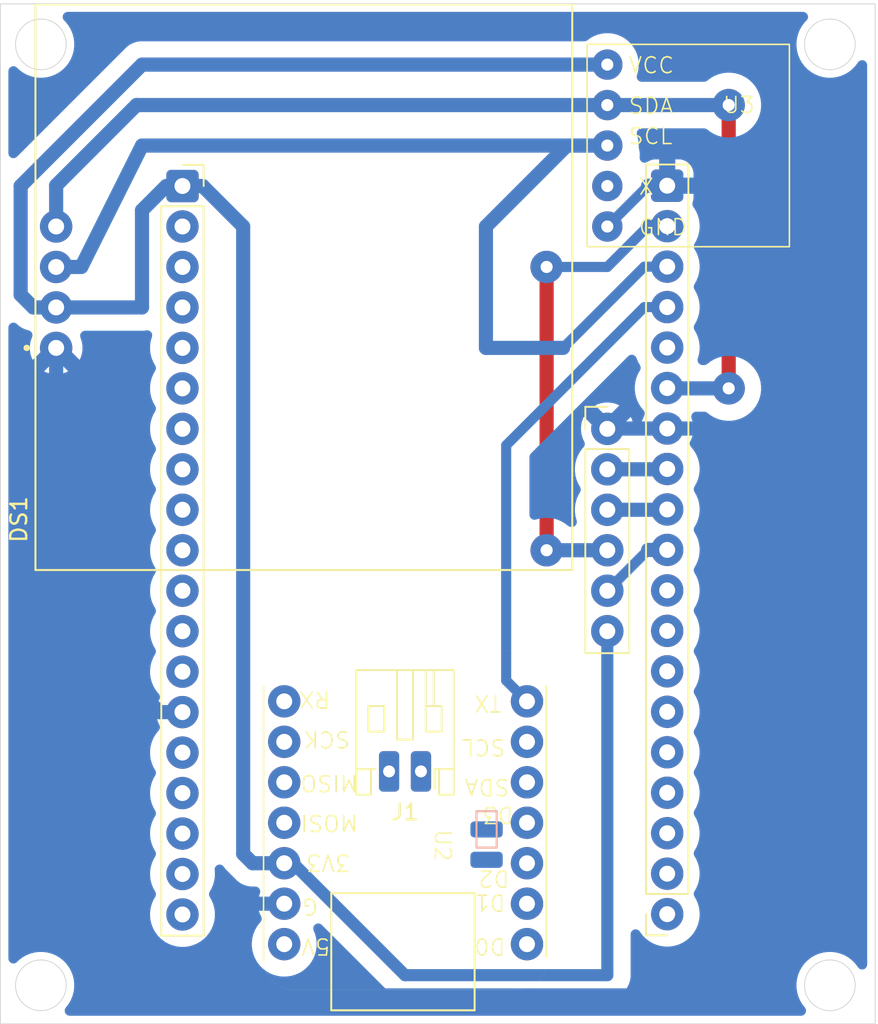
<source format=kicad_pcb>
(kicad_pcb (version 20241229) (generator "pcbnew") (generator_version "9.0")
  (layers (0 "F.Cu" signal) (2 "B.Cu" signal) (13 "F.Paste" user) (15 "B.Paste" user) (5 "F.SilkS" user "F.Silkscreen") (7 "B.SilkS" user "B.Silkscreen") (1 "F.Mask" user) (3 "B.Mask" user) (25 "Edge.Cuts" user))
  (net 0 "")
  (net 1 "SIG1")
  (net 2 "3V3")
  (net 3 "GND")
  (net 4 "SIG2")
  (net 5 "ADC1")
  (net 6 "ADC2")
  (net 7 "I2C_SDA")
  (net 8 "I2C_SCL")
  (net 9 "U0_RX")
  (net 10 "U0_TX")
  (net 11 "ADC3")
  (net 12 "SPI_CS")
  (net 13 "SPI_MOSI")
  (net 14 "SPI_SCK")
  (net 15 "SPI_MISO")
  (net 16 "ADC4")
  (net 17 "DAC1")
  (net 18 "DAC2")
  (net 19 "SPI2_MOSI")
  (net 20 "SPI2_MISO")
  (net 21 "SPI2_CS")
  (net 22 "SPI2_SCK")
  (net 23 "5V")
  (net 24 "IO34")
  (net 25 "IO35")
  (net 26 "IO32")
  (net 27 "IO33")
  (net 28 "SENSOR_VP")
  (net 29 "SENSOR_VN")
  (net 30 "EN")
  (net 37 "Net-(J1-Pin_1)")
  (net 38 "Net-(J1-Pin_2)")
  (footprint "ESP32-DEVKITC-32D:PinSocket_1x19_P2.54mm_Vertical_Tight" (layer "F.Cu") (at 41.86 57.13 180)
    (property "Reference" "J24" (hide yes))
    (property "Value" "s1" (hide yes))
    (fp_line (start 1.33 1.27) (end 1.33 47.05) (stroke (width 0.12)) (layer "F.SilkS"))
    (fp_line (start 1.33 -1.33) (end 1.33 0) (stroke (width 0.12)) (layer "F.SilkS"))
    (fp_line (start 0 -1.33) (end 1.33 -1.33) (stroke (width 0.12)) (layer "F.SilkS"))
    (fp_line (start -1.33 47.05) (end 1.33 47.05) (stroke (width 0.12)) (layer "F.SilkS"))
    (fp_line (start -1.33 1.27) (end 1.33 1.27) (stroke (width 0.12)) (layer "F.SilkS"))
    (fp_line (start -1.33 1.27) (end -1.33 47.05) (stroke (width 0.12)) (layer "F.SilkS"))
    (pad "1" thru_hole circle (at 0 0 180) (size 2.032 2.032) (drill 1) (layers "*.Cu" "*.Mask"))
    (pad "2" thru_hole circle (at 0 2.54 180) (size 2.032 2.032) (drill 1) (layers "*.Cu" "*.Mask"))
    (pad "3" thru_hole circle (at 0 5.08 180) (size 2.032 2.032) (drill 1) (layers "*.Cu" "*.Mask"))
    (pad "4" thru_hole circle (at 0 7.62 180) (size 2.032 2.032) (drill 1) (layers "*.Cu" "*.Mask") (net 16 "ADC4"))
    (pad "5" thru_hole circle (at 0 10.16 180) (size 2.032 2.032) (drill 1) (layers "*.Cu" "*.Mask") (net 11 "ADC3"))
    (pad "6" thru_hole circle (at 0 12.7 180) (size 2.032 2.032) (drill 1) (layers "*.Cu" "*.Mask") (net 6 "ADC2"))
    (pad "7" thru_hole circle (at 0 15.24 180) (size 2.032 2.032) (drill 1) (layers "*.Cu" "*.Mask") (net 5 "ADC1"))
    (pad "8" thru_hole circle (at 0 17.78 180) (size 2.032 2.032) (drill 1) (layers "*.Cu" "*.Mask") (net 4 "SIG2"))
    (pad "9" thru_hole circle (at 0 20.32 180) (size 2.032 2.032) (drill 1) (layers "*.Cu" "*.Mask") (net 1 "SIG1"))
    (pad "10" thru_hole circle (at 0 22.86 180) (size 2.032 2.032) (drill 1) (layers "*.Cu" "*.Mask") (net 12 "SPI_CS"))
    (pad "11" thru_hole circle (at 0 25.4 180) (size 2.032 2.032) (drill 1) (layers "*.Cu" "*.Mask") (net 14 "SPI_SCK"))
    (pad "12" thru_hole circle (at 0 27.94 180) (size 2.032 2.032) (drill 1) (layers "*.Cu" "*.Mask") (net 15 "SPI_MISO"))
    (pad "13" thru_hole circle (at 0 30.48 180) (size 2.032 2.032) (drill 1) (layers "*.Cu" "*.Mask") (net 3 "GND"))
    (pad "14" thru_hole circle (at 0 33.02 180) (size 2.032 2.032) (drill 1) (layers "*.Cu" "*.Mask") (net 7 "I2C_SDA"))
    (pad "15" thru_hole circle (at 0 35.56 180) (size 2.032 2.032) (drill 1) (layers "*.Cu" "*.Mask") (net 10 "U0_TX"))
    (pad "16" thru_hole circle (at 0 38.1 180) (size 2.032 2.032) (drill 1) (layers "*.Cu" "*.Mask") (net 9 "U0_RX"))
    (pad "17" thru_hole circle (at 0 40.64 180) (size 2.032 2.032) (drill 1) (layers "*.Cu" "*.Mask") (net 8 "I2C_SCL"))
    (pad "18" thru_hole circle (at 0 43.18 180) (size 2.032 2.032) (drill 1) (layers "*.Cu" "*.Mask") (net 13 "SPI_MOSI"))
    (pad "19" thru_hole roundrect (at 0 45.72 180) (size 2.032 2.032) (drill 1) (layers "*.Cu" "*.Mask") (roundrect_rratio 0.15) (net 3 "GND"))
  )
  (footprint "XIAO_NRF52840:XIAO_NRF52840" (layer "F.Cu") (at 27.270384 52.812404 -90)
    (property "Reference" "U2" (at 0 -0.5 270) (layer "F.SilkS") (effects (font (thickness 0.1))))
    (property "Value" "~")
    (fp_line (start -10 10.75) (end 7.25 10.75) (stroke (width 0.1)) (layer "F.SilkS"))
    (fp_line (start 9.057962 8.817038) (end 9.057962 -5.152962) (stroke (width 0.00254)) (layer "F.SilkS"))
    (fp_line (start 3 6.5) (end 3 -2.5) (stroke (width 0.127)) (layer "F.SilkS"))
    (fp_line (start 10.35 6.5) (end 3 6.5) (stroke (width 0.127)) (layer "F.SilkS"))
    (fp_line (start 3 -2.5) (end 10.35 -2.5) (stroke (width 0.127)) (layer "F.SilkS"))
    (fp_line (start 10.35 -2.5) (end 10.35 6.5) (stroke (width 0.127)) (layer "F.SilkS"))
    (fp_line (start -11.897038 -5.152962) (end -11.897038 8.817038) (stroke (width 0.00254)) (layer "F.SilkS"))
    (fp_line (start -10 -7) (end 7 -7) (stroke (width 0.1)) (layer "F.SilkS"))
    (fp_arc (start -9.992038 10.722038) (mid -11.339076 10.164076) (end -11.897038 8.817038) (stroke (width 0.00254)) (layer "F.SilkS"))
    (fp_arc (start 9.057962 8.817038) (mid 8.5 10.164076) (end 7.152962 10.722038) (stroke (width 0.00254)) (layer "F.SilkS"))
    (fp_arc (start -11.897038 -5.152962) (mid -11.339076 -6.5) (end -9.992038 -7.057962) (stroke (width 0.00254)) (layer "F.SilkS"))
    (fp_arc (start 7.152962 -7.057962) (mid 8.5 -6.5) (end 9.057962 -5.152962) (stroke (width 0.00254)) (layer "F.SilkS"))
    (fp_line (start -2.143 -2.615) (end 0.143 -2.615) (stroke (width 0.127)) (layer "B.SilkS"))
    (fp_line (start -2.143 -2.615) (end 0.143 -2.615) (stroke (width 0.127)) (layer "B.SilkS"))
    (fp_line (start 0.143 -2.615) (end 0.143 -3.885) (stroke (width 0.127)) (layer "B.SilkS"))
    (fp_line (start 0.143 -2.615) (end 0.143 -3.885) (stroke (width 0.127)) (layer "B.SilkS"))
    (fp_line (start -2.143 -3.885) (end -2.143 -2.615) (stroke (width 0.127)) (layer "B.SilkS"))
    (fp_line (start -2.143 -3.885) (end -2.143 -2.615) (stroke (width 0.127)) (layer "B.SilkS"))
    (fp_line (start 0.143 -3.885) (end -2.143 -3.885) (stroke (width 0.127)) (layer "B.SilkS"))
    (fp_line (start 0.143 -3.885) (end -2.143 -3.885) (stroke (width 0.127)) (layer "B.SilkS"))
    (fp_text user "TX" (at -9.5 -4.25 180) (layer "F.SilkS") (effects (font (thickness 0.1)) (justify left bottom)))
    (fp_text user "SCL" (at -6.75 -4.5 180) (layer "F.SilkS") (effects (font (thickness 0.1)) (justify left bottom)))
    (fp_text user "MISO" (at -4.5 4.75 180) (layer "F.SilkS") (effects (font (thickness 0.1)) (justify left bottom)))
    (fp_text user "MOSI" (at -2 4.75 180) (layer "F.SilkS") (effects (font (thickness 0.1)) (justify left bottom)))
    (fp_text user "D2" (at 1.5 -4.75 180) (layer "F.SilkS") (effects (font (thickness 0.1)) (justify left bottom)))
    (fp_text user "G" (at 3.25 7.25 180) (layer "F.SilkS") (effects (font (thickness 0.1)) (justify left bottom)))
    (fp_text user "D0" (at 5.75 -4.5 180) (layer "F.SilkS") (effects (font (thickness 0.1)) (justify left bottom)))
    (fp_text user "5V" (at 5.75 6.5 180) (layer "F.SilkS") (effects (font (thickness 0.1)) (justify left bottom)))
    (fp_text user "SDA" (at -4.25 -4.75 180) (layer "F.SilkS") (effects (font (thickness 0.1)) (justify left bottom)))
    (fp_text user "3V3" (at 0.5 5.25 180) (layer "F.SilkS") (effects (font (thickness 0.1)) (justify left bottom)))
    (fp_text user "RX" (at -9.75 6.5 180) (layer "F.SilkS") (effects (font (thickness 0.1)) (justify left bottom)))
    (fp_text user "SCK" (at -7.25 5.25 180) (layer "F.SilkS") (effects (font (thickness 0.1)) (justify left bottom)))
    (fp_text user "D1" (at 3 -4.5 180) (layer "F.SilkS") (effects (font (thickness 0.1)) (justify left bottom)))
    (fp_text user "D3" (at -2.5 -5 180) (layer "F.SilkS") (effects (font (thickness 0.1)) (justify left bottom)))
    (pad "1" thru_hole circle (at -9.039538 9.452038 270) (size 2.032 2.032) (drill 1) (layers "*.Cu" "*.Mask") (net 10 "U0_TX"))
    (pad "2" thru_hole circle (at -6.499538 9.452038 270) (size 2.032 2.032) (drill 1) (layers "*.Cu" "*.Mask"))
    (pad "3" thru_hole circle (at -3.959538 9.452038 270) (size 2.032 2.032) (drill 1) (layers "*.Cu" "*.Mask"))
    (pad "4" thru_hole circle (at -1.419538 9.452038 270) (size 2.032 2.032) (drill 1) (layers "*.Cu" "*.Mask"))
    (pad "5" thru_hole circle (at 1.120462 9.452038 270) (size 2.032 2.032) (drill 1) (layers "*.Cu" "*.Mask") (net 2 "3V3"))
    (pad "6" thru_hole circle (at 3.660462 9.452038 270) (size 2.032 2.032) (drill 1) (layers "*.Cu" "*.Mask") (net 3 "GND"))
    (pad "7" thru_hole circle (at 6.200462 9.452038 270) (size 2.032 2.032) (drill 1) (layers "*.Cu" "*.Mask"))
    (pad "8" thru_hole circle (at -9.039538 -5.787962 270) (size 2.032 2.032) (drill 1) (layers "*.Cu" "*.Mask") (net 9 "U0_RX"))
    (pad "9" thru_hole circle (at -6.499538 -5.787962 270) (size 2.032 2.032) (drill 1) (layers "*.Cu" "*.Mask"))
    (pad "10" thru_hole circle (at -3.959538 -5.787962 270) (size 2.032 2.032) (drill 1) (layers "*.Cu" "*.Mask"))
    (pad "11" thru_hole circle (at -1.419538 -5.787962 270) (size 2.032 2.032) (drill 1) (layers "*.Cu" "*.Mask"))
    (pad "12" thru_hole circle (at 1.120462 -5.787962 270) (size 2.032 2.032) (drill 1) (layers "*.Cu" "*.Mask"))
    (pad "13" thru_hole circle (at 3.660462 -5.787962 270) (size 2.032 2.032) (drill 1) (layers "*.Cu" "*.Mask"))
    (pad "14" thru_hole circle (at 6.200462 -5.787962 270) (size 2.032 2.032) (drill 1) (layers "*.Cu" "*.Mask"))
    (pad "15" smd roundrect (at -1 -3.25 180) (size 2.032 1.016) (layers "B.Cu" "B.Mask" "B.Paste") (net 38 "Net-(J1-Pin_2)"))
    (pad "16" smd roundrect (at 0.905 -3.25) (size 2.032 1.016) (layers "B.Cu" "B.Mask" "B.Paste") (net 37 "Net-(J1-Pin_1)"))
  )
  (footprint "DS3131:DS3231" (layer "F.Cu") (at 43.18 7.62)
    (property "Reference" "U3" (at 3.175 -1.27 0) (layer "F.SilkS") (effects (font (thickness 0.1))))
    (property "Value" "~")
    (fp_rect (start -6.35 -5.08) (end 6.35 7.62) (stroke (width 0.1)) (fill no) (layer "F.SilkS"))
    (fp_text user "X" (at -3.175 4.445 0) (layer "F.SilkS") (effects (font (thickness 0.1)) (justify left bottom)))
    (fp_text user "VCC" (at -3.81 -3.175 0) (layer "F.SilkS") (effects (font (thickness 0.1)) (justify left bottom)))
    (fp_text user "GND" (at -3.175 6.985 0) (layer "F.SilkS") (effects (font (thickness 0.1)) (justify left bottom)))
    (fp_text user "SDA" (at -3.81 -0.635 0) (layer "F.SilkS") (effects (font (thickness 0.1)) (justify left bottom)))
    (fp_text user "SCL" (at -3.81 1.27 0) (layer "F.SilkS") (effects (font (thickness 0.1)) (justify left bottom)))
    (pad "1" thru_hole circle (at -5.08 -3.81) (size 1.905 1.905) (drill 0.762) (layers "*.Cu" "*.Mask") (net 2 "3V3"))
    (pad "2" thru_hole circle (at -5.08 -1.27) (size 1.905 1.905) (drill 0.762) (layers "*.Cu" "*.Mask") (net 7 "I2C_SDA"))
    (pad "3" thru_hole circle (at -5.08 1.27) (size 1.905 1.905) (drill 0.762) (layers "*.Cu" "*.Mask") (net 8 "I2C_SCL"))
    (pad "4" thru_hole circle (at -5.08 3.81) (size 1.905 1.905) (drill 0.762) (layers "*.Cu" "*.Mask"))
    (pad "5" thru_hole circle (at -5.08 6.35) (size 1.905 1.905) (drill 0.762) (layers "*.Cu" "*.Mask") (net 3 "GND"))
  )
  (footprint "OLED_128x64_1.3_I2C:LCD_OLED_128X64_1.3_I2C" (layer "F.Cu") (at 19.05 17.78 90)
    (property "Reference" "DS1" (at -14.575 -17.885 90) (layer "F.SilkS"))
    (property "Value" "OLED_128X64_1.3_I2C")
    (fp_line (start 17.75 -16.85) (end 17.75 16.85) (stroke (width 0.127)) (layer "F.SilkS"))
    (fp_line (start -17.75 -16.85) (end 17.75 -16.85) (stroke (width 0.127)) (layer "F.SilkS"))
    (fp_line (start 17.75 16.85) (end -17.75 16.85) (stroke (width 0.127)) (layer "F.SilkS"))
    (fp_line (start -17.75 16.85) (end -17.75 -16.85) (stroke (width 0.127)) (layer "F.SilkS"))
    (fp_circle (center -3.81 -17.4) (end -3.71 -17.4) (stroke (width 0.2)) (fill no) (layer "F.SilkS"))
    (pad "1" thru_hole circle (at -3.81 -15.55 90) (size 2.032 2.032) (drill 1) (layers "*.Cu" "*.Mask") (net 3 "GND"))
    (pad "2" thru_hole circle (at -1.27 -15.55 90) (size 2.032 2.032) (drill 1) (layers "*.Cu" "*.Mask") (net 2 "3V3"))
    (pad "3" thru_hole circle (at 1.27 -15.55 90) (size 2.032 2.032) (drill 1) (layers "*.Cu" "*.Mask") (net 8 "I2C_SCL"))
    (pad "4" thru_hole circle (at 3.81 -15.55 90) (size 2.032 2.032) (drill 1) (layers "*.Cu" "*.Mask") (net 7 "I2C_SDA"))
  )
  (footprint "Connector_PinHeader_2.54mm:PinHeader_1x06_P2.54mm_Vertical" (layer "F.Cu") (at 38.1 26.67)
    (property "Reference" "J21" (hide yes))
    (property "Value" "SPI1")
    (fp_line (start -1.38 -1.38) (end 0 -1.38) (stroke (width 0.12)) (layer "F.SilkS"))
    (fp_line (start -1.38 0) (end -1.38 -1.38) (stroke (width 0.12)) (layer "F.SilkS"))
    (fp_line (start -1.38 1.27) (end -1.38 14.08) (stroke (width 0.12)) (layer "F.SilkS"))
    (fp_line (start -1.38 1.27) (end 1.38 1.27) (stroke (width 0.12)) (layer "F.SilkS"))
    (fp_line (start -1.38 14.08) (end 1.38 14.08) (stroke (width 0.12)) (layer "F.SilkS"))
    (fp_line (start 1.38 1.27) (end 1.38 14.08) (stroke (width 0.12)) (layer "F.SilkS"))
    (pad "1" thru_hole circle (at 0 0) (size 2.032 2.032) (drill 1) (layers "*.Cu" "*.Mask") (net 3 "GND"))
    (pad "2" thru_hole circle (at 0 2.54) (size 2.032 2.032) (drill 1) (layers "*.Cu" "*.Mask") (net 15 "SPI_MISO"))
    (pad "3" thru_hole circle (at 0 5.08) (size 2.032 2.032) (drill 1) (layers "*.Cu" "*.Mask") (net 14 "SPI_SCK"))
    (pad "4" thru_hole circle (at 0 7.62) (size 2.032 2.032) (drill 1) (layers "*.Cu" "*.Mask") (net 13 "SPI_MOSI"))
    (pad "5" thru_hole circle (at 0 10.16) (size 2.032 2.032) (drill 1) (layers "*.Cu" "*.Mask") (net 12 "SPI_CS"))
    (pad "6" thru_hole circle (at 0 12.7) (size 2.032 2.032) (drill 1) (layers "*.Cu" "*.Mask") (net 2 "3V3"))
  )
  (footprint "Connector_JST:JST_PH_S2B-PH-K_1x02_P2.00mm_Horizontal" (layer "F.Cu") (at 26.4 48.17 180)
    (property "Reference" "J1" (at 1 -2.55 0) (layer "F.SilkS"))
    (property "Value" "BAT")
    (fp_line (start 4.06 6.36) (end 4.06 -1.46) (stroke (width 0.12)) (layer "F.SilkS"))
    (fp_line (start 4.06 0.14) (end 3.14 0.14) (stroke (width 0.12)) (layer "F.SilkS"))
    (fp_line (start 4.06 -1.46) (end 3.14 -1.46) (stroke (width 0.12)) (layer "F.SilkS"))
    (fp_line (start 3.3 4.1) (end 2.3 4.1) (stroke (width 0.12)) (layer "F.SilkS"))
    (fp_line (start 3.3 2.5) (end 3.3 4.1) (stroke (width 0.12)) (layer "F.SilkS"))
    (fp_line (start 3.14 0.14) (end 2.86 0.14) (stroke (width 0.12)) (layer "F.SilkS"))
    (fp_line (start 3.14 -1.46) (end 3.14 0.14) (stroke (width 0.12)) (layer "F.SilkS"))
    (fp_line (start 2.3 4.1) (end 2.3 2.5) (stroke (width 0.12)) (layer "F.SilkS"))
    (fp_line (start 2.3 2.5) (end 3.3 2.5) (stroke (width 0.12)) (layer "F.SilkS"))
    (fp_line (start 1.5 2) (end 1.5 6.36) (stroke (width 0.12)) (layer "F.SilkS"))
    (fp_line (start 0.5 6.36) (end 0.5 2) (stroke (width 0.12)) (layer "F.SilkS"))
    (fp_line (start 0.5 2) (end 1.5 2) (stroke (width 0.12)) (layer "F.SilkS"))
    (fp_line (start -0.3 4.1) (end -0.3 6.36) (stroke (width 0.12)) (layer "F.SilkS"))
    (fp_line (start -0.3 4.1) (end -0.3 2.5) (stroke (width 0.12)) (layer "F.SilkS"))
    (fp_line (start -0.3 2.5) (end -1.3 2.5) (stroke (width 0.12)) (layer "F.SilkS"))
    (fp_line (start -0.8 4.1) (end -0.8 6.36) (stroke (width 0.12)) (layer "F.SilkS"))
    (fp_line (start -0.86 0.14) (end -0.86 -1.075) (stroke (width 0.12)) (layer "F.SilkS"))
    (fp_line (start -0.86 0.14) (end -1.14 0.14) (stroke (width 0.12)) (layer "F.SilkS"))
    (fp_line (start -1.14 0.14) (end -1.14 -1.46) (stroke (width 0.12)) (layer "F.SilkS"))
    (fp_line (start -1.14 -1.46) (end -2.06 -1.46) (stroke (width 0.12)) (layer "F.SilkS"))
    (fp_line (start -1.3 4.1) (end -0.3 4.1) (stroke (width 0.12)) (layer "F.SilkS"))
    (fp_line (start -1.3 2.5) (end -1.3 4.1) (stroke (width 0.12)) (layer "F.SilkS"))
    (fp_line (start -2.06 6.36) (end 4.06 6.36) (stroke (width 0.12)) (layer "F.SilkS"))
    (fp_line (start -2.06 0.14) (end -1.14 0.14) (stroke (width 0.12)) (layer "F.SilkS"))
    (fp_line (start -2.06 -1.46) (end -2.06 6.36) (stroke (width 0.12)) (layer "F.SilkS"))
    (pad "1" thru_hole roundrect (at 0 0 180) (size 1.27 2.54) (drill 0.75) (layers "*.Cu" "*.Mask") (roundrect_rratio 0.208333) (net 37 "Net-(J1-Pin_1)"))
    (pad "2" thru_hole roundrect (at 2 0 180) (size 1.27 2.54) (drill 0.75) (layers "*.Cu" "*.Mask") (roundrect_rratio 0.208333) (net 38 "Net-(J1-Pin_2)"))
  )
  (footprint "ESP32-DEVKITC-32D:PinSocket_1x19_P2.54mm_Vertical_Tight" (layer "F.Cu") (at 11.43 11.43)
    (property "Reference" "J23" (hide yes))
    (property "Value" "s2" (hide yes))
    (fp_line (start -1.33 1.27) (end -1.33 47.05) (stroke (width 0.12)) (layer "F.SilkS"))
    (fp_line (start -1.33 1.27) (end 1.33 1.27) (stroke (width 0.12)) (layer "F.SilkS"))
    (fp_line (start -1.33 47.05) (end 1.33 47.05) (stroke (width 0.12)) (layer "F.SilkS"))
    (fp_line (start 0 -1.33) (end 1.33 -1.33) (stroke (width 0.12)) (layer "F.SilkS"))
    (fp_line (start 1.33 -1.33) (end 1.33 0) (stroke (width 0.12)) (layer "F.SilkS"))
    (fp_line (start 1.33 1.27) (end 1.33 47.05) (stroke (width 0.12)) (layer "F.SilkS"))
    (pad "1" thru_hole roundrect (at 0 0) (size 2.032 2.032) (drill 1) (layers "*.Cu" "*.Mask") (roundrect_rratio 0.15) (net 2 "3V3"))
    (pad "2" thru_hole circle (at 0 2.54) (size 2.032 2.032) (drill 1) (layers "*.Cu" "*.Mask") (net 30 "EN"))
    (pad "3" thru_hole circle (at 0 5.08) (size 2.032 2.032) (drill 1) (layers "*.Cu" "*.Mask") (net 28 "SENSOR_VP"))
    (pad "4" thru_hole circle (at 0 7.62) (size 2.032 2.032) (drill 1) (layers "*.Cu" "*.Mask") (net 29 "SENSOR_VN"))
    (pad "5" thru_hole circle (at 0 10.16) (size 2.032 2.032) (drill 1) (layers "*.Cu" "*.Mask") (net 24 "IO34"))
    (pad "6" thru_hole circle (at 0 12.7) (size 2.032 2.032) (drill 1) (layers "*.Cu" "*.Mask") (net 25 "IO35"))
    (pad "7" thru_hole circle (at 0 15.24) (size 2.032 2.032) (drill 1) (layers "*.Cu" "*.Mask") (net 26 "IO32"))
    (pad "8" thru_hole circle (at 0 17.78) (size 2.032 2.032) (drill 1) (layers "*.Cu" "*.Mask") (net 27 "IO33"))
    (pad "9" thru_hole circle (at 0 20.32) (size 2.032 2.032) (drill 1) (layers "*.Cu" "*.Mask") (net 17 "DAC1"))
    (pad "10" thru_hole circle (at 0 22.86) (size 2.032 2.032) (drill 1) (layers "*.Cu" "*.Mask") (net 18 "DAC2"))
    (pad "11" thru_hole circle (at 0 25.4) (size 2.032 2.032) (drill 1) (layers "*.Cu" "*.Mask") (net 21 "SPI2_CS"))
    (pad "12" thru_hole circle (at 0 27.94) (size 2.032 2.032) (drill 1) (layers "*.Cu" "*.Mask") (net 22 "SPI2_SCK"))
    (pad "13" thru_hole circle (at 0 30.48) (size 2.032 2.032) (drill 1) (layers "*.Cu" "*.Mask") (net 20 "SPI2_MISO"))
    (pad "14" thru_hole circle (at 0 33.02) (size 2.032 2.032) (drill 1) (layers "*.Cu" "*.Mask") (net 3 "GND"))
    (pad "15" thru_hole circle (at 0 35.56) (size 2.032 2.032) (drill 1) (layers "*.Cu" "*.Mask") (net 19 "SPI2_MOSI"))
    (pad "16" thru_hole circle (at 0 38.1) (size 2.032 2.032) (drill 1) (layers "*.Cu" "*.Mask"))
    (pad "17" thru_hole circle (at 0 40.64) (size 2.032 2.032) (drill 1) (layers "*.Cu" "*.Mask"))
    (pad "18" thru_hole circle (at 0 43.18) (size 2.032 2.032) (drill 1) (layers "*.Cu" "*.Mask"))
    (pad "19" thru_hole circle (at 0 45.72) (size 2.032 2.032) (drill 1) (layers "*.Cu" "*.Mask") (net 23 "5V"))
  )
  (gr_circle (center 52.07 61.595) (end 52.832 62.992) (stroke (width 0.05)) (fill no) (layer "Edge.Cuts"))
  (gr_circle (center 52.07 2.54) (end 52.832 3.937) (stroke (width 0.05)) (fill no) (layer "Edge.Cuts"))
  (gr_circle (center 2.54 2.54) (end 3.302 3.937) (stroke (width 0.05)) (fill no) (layer "Edge.Cuts"))
  (gr_circle (center 2.54 61.595) (end 3.302 62.992) (stroke (width 0.05)) (fill no) (layer "Edge.Cuts"))
  (gr_rect (start 0 0) (end 54.9148 64.008) (stroke (width 0.05)) (fill no) (layer "Edge.Cuts"))
  (segment (start 3.5 19.05) (end 8.89 19.05) (width 0.889) (layer "B.Cu") (net 2))
  (segment (start 8.89 12.954001) (end 8.89 19.05) (width 0.889) (layer "B.Cu") (net 2))
  (segment (start 3.5 19.05) (end 2.06316 19.05) (width 0.889) (layer "B.Cu") (net 2))
  (segment (start 15.24 53.34) (end 15.24 13.97) (width 0.889) (layer "B.Cu") (net 2))
  (segment (start 17.818346 53.932866) (end 15.832866 53.932866) (width 0.889) (layer "B.Cu") (net 2))
  (segment (start 38.1 60.96) (end 25.4 60.96) (width 0.762) (layer "B.Cu") (net 2))
  (segment (start 25.4 60.96) (end 18.372866 53.932866) (width 0.762) (layer "B.Cu") (net 2))
  (segment (start 18.372866 53.932866) (end 17.818346 53.932866) (width 0.889) (layer "B.Cu") (net 2))
  (segment (start 11.43 11.43) (end 10.414001 11.43) (width 0.889) (layer "B.Cu") (net 2))
  (segment (start 1.27 18.25684) (end 1.27 11.43) (width 0.889) (layer "B.Cu") (net 2))
  (segment (start 10.414001 11.43) (end 8.89 12.954001) (width 0.889) (layer "B.Cu") (net 2))
  (segment (start 2.06316 19.05) (end 1.27 18.25684) (width 0.889) (layer "B.Cu") (net 2))
  (segment (start 8.89 3.81) (end 38.1 3.81) (width 0.889) (layer "B.Cu") (net 2))
  (segment (start 15.24 13.97) (end 12.7 11.43) (width 0.889) (layer "B.Cu") (net 2))
  (segment (start 12.7 11.43) (end 11.43 11.43) (width 0.889) (layer "B.Cu") (net 2))
  (segment (start 15.832866 53.932866) (end 15.24 53.34) (width 0.889) (layer "B.Cu") (net 2))
  (segment (start 38.1 39.37) (end 38.1 60.96) (width 0.762) (layer "B.Cu") (net 2))
  (segment (start 1.27 11.43) (end 8.89 3.81) (width 0.889) (layer "B.Cu") (net 2))
  (segment (start 3.5 35.56) (end 3.5 37.95684) (width 0.889) (layer "B.Cu") (net 3))
  (segment (start 41.86 11.41) (end 40.66 11.41) (width 0.889) (layer "B.Cu") (net 3))
  (segment (start 15.832866 56.472866) (end 17.818346 56.472866) (width 0.889) (layer "B.Cu") (net 3))
  (segment (start 10.16 62.23) (end 16.51 62.23) (width 0.889) (layer "B.Cu") (net 3))
  (segment (start 3.5 21.59) (end 3.5 35.56) (width 0.889) (layer "B.Cu") (net 3))
  (segment (start 3.5 37.95684) (end 9.99316 44.45) (width 0.889) (layer "B.Cu") (net 3))
  (segment (start 15.832866 56.557134) (end 10.16 62.23) (width 0.889) (layer "B.Cu") (net 3))
  (segment (start 40.66 11.41) (end 38.1 13.97) (width 0.635) (layer "B.Cu") (net 3))
  (segment (start 3.81 35.87) (end 3.5 35.56) (width 0.889) (layer "B.Cu") (net 3))
  (segment (start 9.99316 44.45) (end 11.43 44.45) (width 0.889) (layer "B.Cu") (net 3))
  (segment (start 15.832866 56.472866) (end 15.832866 56.557134) (width 0.889) (layer "B.Cu") (net 3))
  (segment (start 52.07 55.88) (end 52.07 26.67) (width 0.889) (layer "B.Cu") (net 3))
  (segment (start 41.86 11.41) (end 45.7 11.41) (width 0.889) (layer "B.Cu") (net 3))
  (segment (start 3.81 44.45) (end 3.81 35.87) (width 0.889) (layer "B.Cu") (net 3))
  (segment (start 52.07 26.67) (end 49.53 26.67) (width 0.889) (layer "B.Cu") (net 3))
  (segment (start 45.7 11.41) (end 52.07 17.78) (width 0.889) (layer "B.Cu") (net 3))
  (segment (start 52.07 17.78) (end 52.07 26.67) (width 0.889) (layer "B.Cu") (net 3))
  (segment (start 9.99316 44.45) (end 3.81 44.45) (width 0.889) (layer "B.Cu") (net 3))
  (segment (start 3.81 44.45) (end 3.81 57.15) (width 0.889) (layer "B.Cu") (net 3))
  (segment (start 45.72 62.23) (end 52.07 55.88) (width 0.889) (layer "B.Cu") (net 3))
  (segment (start 49.51 26.65) (end 41.86 26.65) (width 0.889) (layer "B.Cu") (net 3))
  (segment (start 16.51 62.23) (end 45.72 62.23) (width 0.889) (layer "B.Cu") (net 3))
  (segment (start 3.81 57.15) (end 8.89 62.23) (width 0.889) (layer "B.Cu") (net 3))
  (segment (start 38.12 26.65) (end 38.1 26.67) (width 0.889) (layer "B.Cu") (net 3))
  (segment (start 8.89 62.23) (end 10.16 62.23) (width 0.889) (layer "B.Cu") (net 3))
  (segment (start 49.53 26.67) (end 49.51 26.65) (width 0.889) (layer "B.Cu") (net 3))
  (segment (start 41.86 26.65) (end 38.12 26.65) (width 0.889) (layer "B.Cu") (net 3))
  (segment (start 45.72 6.35) (end 45.72 24.13) (width 0.889) (layer "F.Cu") (net 7))
  (via (at 45.72 6.35) (size 2.032) (drill 0.762) (layers "F.Cu" "B.Cu") (net 7))
  (via (at 45.72 24.13) (size 2.032) (drill 0.762) (layers "F.Cu" "B.Cu") (net 7))
  (segment (start 45.72 24.13) (end 41.88 24.13) (width 0.889) (layer "B.Cu") (net 7))
  (segment (start 3.5 13.97) (end 3.5 11.39214) (width 0.889) (layer "B.Cu") (net 7))
  (segment (start 3.5 11.39214) (end 8.54214 6.35) (width 0.889) (layer "B.Cu") (net 7))
  (segment (start 8.54214 6.35) (end 38.1 6.35) (width 0.889) (layer "B.Cu") (net 7))
  (segment (start 41.88 24.13) (end 41.86 24.11) (width 0.889) (layer "B.Cu") (net 7))
  (segment (start 38.1 6.35) (end 45.72 6.35) (width 0.889) (layer "B.Cu") (net 7))
  (segment (start 30.48 13.97) (end 30.48 21.59) (width 0.889) (layer "B.Cu") (net 8))
  (segment (start 3.5 16.51) (end 5.08 16.51) (width 0.889) (layer "B.Cu") (net 8))
  (segment (start 30.48 21.59) (end 35.32316 21.59) (width 0.889) (layer "B.Cu") (net 8))
  (segment (start 5.08 16.51) (end 8.89 8.89) (width 0.889) (layer "B.Cu") (net 8))
  (segment (start 35.32316 21.59) (end 40.42316 16.49) (width 0.635) (layer "B.Cu") (net 8))
  (segment (start 38.1 8.89) (end 35.56 8.89) (width 0.889) (layer "B.Cu") (net 8))
  (segment (start 8.89 8.89) (end 38.1 8.89) (width 0.889) (layer "B.Cu") (net 8))
  (segment (start 40.42316 16.49) (end 41.86 16.49) (width 0.635) (layer "B.Cu") (net 8))
  (segment (start 35.56 8.89) (end 30.48 13.97) (width 0.889) (layer "B.Cu") (net 8))
  (segment (start 41.86 19.03) (end 40.42316 19.03) (width 0.635) (layer "B.Cu") (net 9))
  (segment (start 31.75 27.70316) (end 31.75 42.46452) (width 0.635) (layer "B.Cu") (net 9))
  (segment (start 31.75 42.46452) (end 33.058346 43.772866) (width 0.635) (layer "B.Cu") (net 9))
  (segment (start 40.42316 19.03) (end 31.75 27.70316) (width 0.635) (layer "B.Cu") (net 9))
  (segment (start 40.66 34.27) (end 41.86 34.27) (width 0.889) (layer "B.Cu") (net 12))
  (segment (start 38.1 36.83) (end 40.66 34.27) (width 0.635) (layer "B.Cu") (net 12))
  (segment (start 34.29 16.51) (end 34.29 34.29) (width 0.889) (layer "F.Cu") (net 13))
  (via (at 34.29 16.51) (size 2.032) (drill 0.762) (layers "F.Cu" "B.Cu") (net 13))
  (via (at 34.29 34.29) (size 2.032) (drill 0.762) (layers "F.Cu" "B.Cu") (net 13))
  (segment (start 41.84 13.97) (end 41.86 13.95) (width 0.889) (layer "B.Cu") (net 13))
  (segment (start 40.64 13.97) (end 38.1 16.51) (width 0.635) (layer "B.Cu") (net 13))
  (segment (start 40.64 13.97) (end 41.84 13.97) (width 0.889) (layer "B.Cu") (net 13))
  (segment (start 38.1 16.51) (end 34.29 16.51) (width 0.635) (layer "B.Cu") (net 13))
  (segment (start 34.29 34.29) (end 38.1 34.29) (width 0.889) (layer "B.Cu") (net 13))
  (segment (start 41.84 31.75) (end 41.86 31.73) (width 0.889) (layer "B.Cu") (net 14))
  (segment (start 38.1 31.75) (end 41.84 31.75) (width 0.889) (layer "B.Cu") (net 14))
  (segment (start 38.1 29.21) (end 41.84 29.21) (width 0.889) (layer "B.Cu") (net 15))
  (segment (start 41.84 29.21) (end 41.86 29.19) (width 0.889) (layer "B.Cu") (net 15))
  (zone (net 3) (net_name "GND") (layer "B.Cu") (connect_pads (clearance 1.016)) (min_thickness 0.635) (fill yes (thermal_gap 0.635) (thermal_bridge_width 1.016))
    (polygon (pts (xy 0 0) (xy 54.864 0) (xy 55.118 64.008) (xy 0.254 64.008)))
  )
)
</source>
